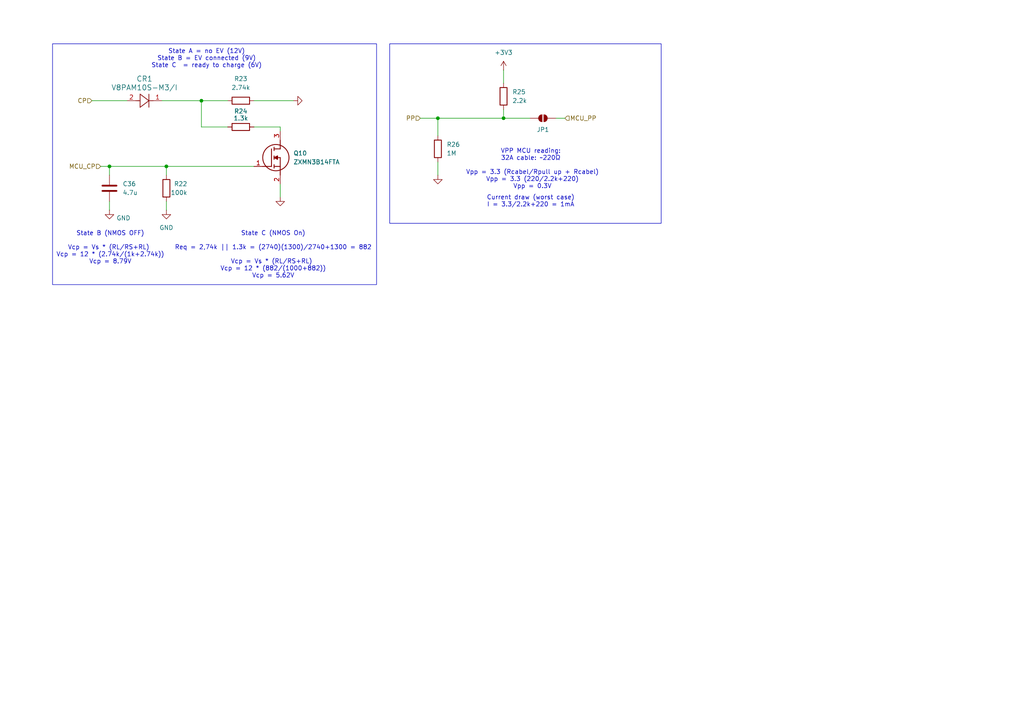
<source format=kicad_sch>
(kicad_sch (version 20250114) (generator "eeschema") (generator_version "9.0")
  (paper "A4")
  (lib_symbols
    (symbol "Device:C" (pin_numbers (hide yes)) (pin_names (offset 0.254))
      (property "Reference" "C" (at 0.635 2.54 0))
      (property "Value" "C" (at 0.635 -2.54 0))
      (symbol "C_0_1"
        (polyline (pts (xy -2.032 0.762) (xy 2.032 0.762)) (stroke (width 0.508)))
        (polyline (pts (xy -2.032 -0.762) (xy 2.032 -0.762)) (stroke (width 0.508)))
      )
      (symbol "C_1_1"
        (pin passive line (at 0 3.81 270) (length 2.794) (name "~") (number "1"))
        (pin passive line (at 0 -3.81 90) (length 2.794) (name "~") (number "2"))
      )
    )
    (symbol "Device:R" (pin_numbers (hide yes)) (pin_names (offset 0))
      (property "Reference" "R" (at 2.032 0 90))
      (property "Value" "R" (at 0 0 90))
      (symbol "R_0_1"
        (rectangle (start -1.016 -2.54) (end 1.016 2.54) (stroke (width 0.254)))
      )
      (symbol "R_1_1"
        (pin passive line (at 0 3.81 270) (length 1.27) (name "~") (number "1"))
        (pin passive line (at 0 -3.81 90) (length 1.27) (name "~") (number "2"))
      )
    )
    (symbol "Jumper:SolderJumper_2_Open" (pin_numbers (hide yes)) (pin_names (offset 0) (hide yes)) (in_bom no)
      (property "Reference" "JP" (at 0 2.032 0))
      (property "Value" "SolderJumper_2_Open" (at 0 -2.54 0))
      (symbol "SolderJumper_2_Open_0_1"
        (polyline (pts (xy -0.254 1.016) (xy -0.254 -1.016)))
        (arc (start -0.254 -1.016) (mid -1.2656 0) (end -0.254 1.016))
        (arc (start -0.254 -1.016) (mid -1.2656 0) (end -0.254 1.016) (fill (type outline)))
        (arc (start 0.254 1.016) (mid 1.2656 0) (end 0.254 -1.016))
        (arc (start 0.254 1.016) (mid 1.2656 0) (end 0.254 -1.016) (fill (type outline)))
        (polyline (pts (xy 0.254 1.016) (xy 0.254 -1.016)))
      )
      (symbol "SolderJumper_2_Open_1_1"
        (pin passive line (at -3.81 0 0) (length 2.54) (name "A") (number "1"))
        (pin passive line (at 3.81 0 180) (length 2.54) (name "B") (number "2"))
      )
    )
    (symbol "V8PAM10S-M3-I:V8PAM10S-M3_I" (pin_names (offset 0.254))
      (property "Reference" "CR" (at 5.08 4.445 0))
      (property "Value" "V8PAM10S-M3/I" (at 5.08 -3.81 0))
      (symbol "V8PAM10S-M3_I_0_1"
        (polyline (pts (xy 2.54 0) (xy 3.4798 0)) (stroke (width 0.2032)))
        (polyline (pts (xy 3.175 0) (xy 3.81 0)) (stroke (width 0.2032)))
        (polyline (pts (xy 3.81 1.905) (xy 3.81 -1.905)) (stroke (width 0.2032)))
        (polyline (pts (xy 3.81 -1.905) (xy 6.35 0)) (stroke (width 0.2032)))
        (polyline (pts (xy 6.35 0) (xy 3.81 1.905)) (stroke (width 0.2032)))
        (polyline (pts (xy 6.35 0) (xy 7.62 0)) (stroke (width 0.2032)))
        (polyline (pts (xy 6.35 -1.905) (xy 6.35 1.905)) (stroke (width 0.2032)))
        (pin unspecified line (at 0 0 0) (length 2.54) (name "") (number "2"))
        (pin unspecified line (at 10.16 0 180) (length 2.54) (name "") (number "1"))
      )
    )
    (symbol "ZXMN3B14FTA:ZXMN3B14FTA" (pin_names (hide yes))
      (property "Reference" "Q" (at 11.43 3.81 0))
      (property "Value" "ZXMN3B14FTA" (at 11.43 1.27 0))
      (symbol "ZXMN3B14FTA_1_1"
        (polyline (pts (xy 2.54 0) (xy 5.08 0)) (stroke (width 0.254)))
        (polyline (pts (xy 5.08 5.08) (xy 5.08 0)) (stroke (width 0.254)))
        (polyline (pts (xy 5.842 5.588) (xy 5.842 4.572)) (stroke (width 0.254)))
        (polyline (pts (xy 5.842 2.54) (xy 6.858 3.048) (xy 6.858 2.032) (xy 5.842 2.54)) (stroke (width 0.254)) (fill (type outline)))
        (polyline (pts (xy 5.842 2.032) (xy 5.842 3.048)) (stroke (width 0.254)))
        (polyline (pts (xy 5.842 0) (xy 7.62 0)) (stroke (width 0.254)))
        (polyline (pts (xy 5.842 -0.508) (xy 5.842 0.508)) (stroke (width 0.254)))
        (circle (center 6.35 2.54) (radius 3.81) (stroke (width 0.254)))
        (polyline (pts (xy 7.62 5.08) (xy 5.842 5.08)) (stroke (width 0.254)))
        (polyline (pts (xy 7.62 5.08) (xy 7.62 7.62)) (stroke (width 0.254)))
        (polyline (pts (xy 7.62 2.54) (xy 5.842 2.54)) (stroke (width 0.254)))
        (polyline (pts (xy 7.62 2.54) (xy 7.62 -2.54)) (stroke (width 0.254)))
        (pin passive line (at 0 0 0) (length 2.54) (name "G") (number "1"))
        (pin passive line (at 7.62 10.16 270) (length 2.54) (name "D") (number "3"))
        (pin passive line (at 7.62 -5.08 90) (length 2.54) (name "S") (number "2"))
      )
    )
    (symbol "power:+3V3" (power) (pin_numbers (hide yes)) (pin_names (offset 0) (hide yes))
      (property "Value" "+3V3" (at 0 3.556 0))
      (symbol "+3V3_0_1"
        (polyline (pts (xy -0.762 1.27) (xy 0 2.54)))
        (polyline (pts (xy 0 2.54) (xy 0.762 1.27)))
        (polyline (pts (xy 0 0) (xy 0 2.54)))
      )
      (symbol "+3V3_1_1"
        (pin power_in line (at 0 0 90) (length 0) (name "~") (number "1"))
      )
    )
    (symbol "power:GND" (power) (pin_numbers (hide yes)) (pin_names (offset 0) (hide yes))
      (property "Value" "GND" (at 0 -3.81 0))
      (symbol "GND_0_1"
        (polyline (pts (xy 0 0) (xy 0 -1.27) (xy 1.27 -1.27) (xy 0 -2.54) (xy -1.27 -1.27) (xy 0 -1.27)))
      )
      (symbol "GND_1_1"
        (pin power_in line (at 0 0 270) (length 0) (name "~") (number "1"))
      )
    )
  )
  (rectangle (start 15.24 12.7) (end 109.22 82.55))
  (rectangle (start 113.03 12.7) (end 191.77 64.77))
  (text "Current draw (worst case)\nI = 3.3/2.2k+220 = 1mA" (at 153.924 58.42 0) (effects (font (size 1.27 1.27))))
  (text "VPP MCU reading: \n32A cable: ~220Ω \n\nVpp = 3.3 (Rcabel/Rpull up + Rcabel)\nVpp = 3.3 (220/2.2k+220)\nVpp = 0.3V" (at 154.432 49.022 0) (effects (font (size 1.27 1.27))))
  (text "State B (NMOS OFF)\n\nVcp = Vs * (RL/RS+RL) \nVcp = 12 * (2.74k/(1k+2.74k))\nVcp = 8.79V" (at 32.004 71.882 0) (effects (font (size 1.27 1.27))))
  (text "State C (NMOS On)\n\nReq = 2,74k || 1.3k = (2740)(1300)/2740+1300 = 882\n\nVcp = Vs * (RL/RS+RL) \nVcp = 12 * (882/(1000+882))\nVcp = 5.62V" (at 79.248 73.914 0) (effects (font (size 1.27 1.27))))
  (text "State A = no EV (12V)\nState B = EV connected (9V)\nState C  = ready to charge (6V)\n" (at 59.944 17.018 0) (effects (font (size 1.27 1.27))))
  (junction (at 31.75 48.26))
  (junction (at 146.05 34.29))
  (junction (at 58.42 29.21))
  (junction (at 48.26 48.26))
  (junction (at 127 34.29))
  (wire (pts (xy 121.92 34.29) (xy 127 34.29)))
  (wire (pts (xy 31.75 48.26) (xy 31.75 50.8)))
  (wire (pts (xy 48.26 48.26) (xy 48.26 50.8)))
  (wire (pts (xy 58.42 29.21) (xy 66.04 29.21)))
  (wire (pts (xy 127 34.29) (xy 146.05 34.29)))
  (wire (pts (xy 31.75 48.26) (xy 48.26 48.26)))
  (wire (pts (xy 73.66 29.21) (xy 85.09 29.21)))
  (wire (pts (xy 81.28 53.34) (xy 81.28 57.15)))
  (wire (pts (xy 161.29 34.29) (xy 163.83 34.29)))
  (wire (pts (xy 127 34.29) (xy 127 39.37)))
  (wire (pts (xy 146.05 31.75) (xy 146.05 34.29)))
  (wire (pts (xy 58.42 36.83) (xy 58.42 29.21)))
  (wire (pts (xy 31.75 58.42) (xy 31.75 60.96)))
  (wire (pts (xy 66.04 36.83) (xy 58.42 36.83)))
  (wire (pts (xy 26.67 29.21) (xy 36.83 29.21)))
  (wire (pts (xy 81.28 36.83) (xy 81.28 38.1)))
  (wire (pts (xy 29.21 48.26) (xy 31.75 48.26)))
  (wire (pts (xy 127 46.99) (xy 127 50.8)))
  (wire (pts (xy 46.99 29.21) (xy 58.42 29.21)))
  (wire (pts (xy 48.26 60.96) (xy 48.26 58.42)))
  (wire (pts (xy 73.66 36.83) (xy 81.28 36.83)))
  (wire (pts (xy 146.05 34.29) (xy 153.67 34.29)))
  (wire (pts (xy 146.05 20.32) (xy 146.05 24.13)))
  (wire (pts (xy 48.26 48.26) (xy 73.66 48.26)))
  (hierarchical_label "MCU_CP" (shape input) (at 29.21 48.26 180))
  (hierarchical_label "PP" (shape input) (at 121.92 34.29 180))
  (hierarchical_label "MCU_PP" (shape input) (at 163.83 34.29 0))
  (hierarchical_label "CP" (shape input) (at 26.67 29.21 180))
  (symbol (lib_id "Device:C") (at 31.75 54.61 0) (unit 1)
    (property "Reference" "C36" (at 35.56 53.3399 0) (effects (justify left)))
    (property "Value" "4.7u" (at 35.56 55.8799 0) (effects (justify left)))
    (property "Description" "Unpolarized capacitor" (effects (hide yes)))
  )
  (symbol (lib_id "Jumper:SolderJumper_2_Open") (at 157.48 34.29 0) (unit 1) (in_bom no)
    (property "Reference" "JP1" (at 157.48 37.592 0))
    (property "Value" "SolderJumper_2_Open" (effects (hide yes)))
    (property "Description" "Solder Jumper, 2-pole, open" (effects (hide yes)))
  )
  (symbol (lib_id "Device:R") (at 48.26 54.61 0) (mirror y) (unit 1)
    (property "Reference" "R22" (at 54.356 53.34 0) (effects (justify left)))
    (property "Value" "100k" (at 54.356 55.88 0) (effects (justify left)))
    (property "Description" "Resistor" (effects (hide yes)))
  )
  (symbol (lib_id "power:GND") (at 127 50.8 0) (unit 1)
    (property "Reference" "#PWR072" (effects (hide yes)))
    (property "Value" "GND" (effects (hide yes)))
    (property "Description" "Power symbol creates a global label with name \"GND\" , ground" (effects (hide yes)))
  )
  (symbol (lib_id "power:GND") (at 31.75 60.96 0) (mirror y) (unit 1)
    (property "Reference" "#PWR073" (effects (hide yes)))
    (property "Value" "GND" (at 35.814 63.246 0))
    (property "Description" "Power symbol creates a global label with name \"GND\" , ground" (effects (hide yes)))
  )
  (symbol (lib_id "power:+3V3") (at 146.05 20.32 0) (unit 1)
    (property "Reference" "#PWR070" (effects (hide yes)))
    (property "Value" "+3V3" (at 146.05 15.24 0))
    (property "Description" "Power symbol creates a global label with name \"+3V3\"" (effects (hide yes)))
  )
  (symbol (lib_id "Device:R") (at 146.05 27.94 0) (unit 1)
    (property "Reference" "R25" (at 148.59 26.6699 0) (effects (justify left)))
    (property "Value" "2.2k" (at 148.59 29.2099 0) (effects (justify left)))
    (property "Description" "Resistor" (effects (hide yes)))
  )
  (symbol (lib_id "Device:R") (at 69.85 36.83 90) (unit 1)
    (property "Reference" "R24" (at 69.85 32.258 90))
    (property "Value" "1.3k" (at 69.85 34.29 90))
    (property "Description" "Resistor" (effects (hide yes)))
  )
  (symbol (lib_id "power:GND") (at 81.28 57.15 0) (unit 1)
    (property "Reference" "#PWR071" (effects (hide yes)))
    (property "Value" "GND" (effects (hide yes)))
    (property "Description" "Power symbol creates a global label with name \"GND\" , ground" (effects (hide yes)))
  )
  (symbol (lib_id "Device:R") (at 69.85 29.21 90) (unit 1)
    (property "Reference" "R23" (at 69.85 22.86 90))
    (property "Value" "2.74k" (at 69.85 25.4 90))
    (property "Description" "Resistor" (effects (hide yes)))
  )
  (symbol (lib_id "power:GND") (at 48.26 60.96 0) (mirror y) (unit 1)
    (property "Reference" "#PWR069" (effects (hide yes)))
    (property "Value" "GND" (at 48.26 66.04 0))
    (property "Description" "Power symbol creates a global label with name \"GND\" , ground" (effects (hide yes)))
  )
  (symbol (lib_id "ZXMN3B14FTA:ZXMN3B14FTA") (at 73.66 48.26 0) (unit 1)
    (property "Reference" "Q10" (at 85.09 44.4499 0) (effects (justify left)))
    (property "Value" "ZXMN3B14FTA" (at 85.09 46.9899 0) (effects (justify left)))
    (property "Footprint" "ZXMN3B14FTA" (effects (hide yes)))
    (property "Datasheet" "https://www.diodes.com/assets/Datasheets/ZXMN3B14F.pdf" (effects (hide yes)))
    (property "Description" "MOSFET N-Channel 30V 3.5A SOT23 Diodes Inc ZXMN3B14FTA N-channel MOSFET Transistor, 3.5 A, 30 V, 3-Pin SOT-23" (effects (hide yes)))
    (property "Height" "1.1" (effects (hide yes)))
    (property "Mouser Part Number" "522-ZXMN3B14FTA" (effects (hide yes)))
    (property "Mouser Price/Stock" "https://www.mouser.co.uk/ProductDetail/Diodes-Incorporated/ZXMN3B14FTA?qs=z1586jurcfy9bGNTxekZwA%3D%3D" (effects (hide yes)))
    (property "Manufacturer_Name" "Diodes Incorporated" (effects (hide yes)))
    (property "Manufacturer_Part_Number" "ZXMN3B14FTA" (effects (hide yes)))
  )
  (symbol (lib_id "Device:R") (at 127 43.18 0) (unit 1)
    (property "Reference" "R26" (at 129.54 41.9099 0) (effects (justify left)))
    (property "Value" "1M" (at 129.54 44.4499 0) (effects (justify left)))
    (property "Description" "Resistor" (effects (hide yes)))
  )
  (symbol (lib_id "power:GND") (at 85.09 29.21 90) (unit 1)
    (property "Reference" "#PWR067" (effects (hide yes)))
    (property "Value" "GND" (effects (hide yes)))
    (property "Description" "Power symbol creates a global label with name \"GND\" , ground" (effects (hide yes)))
  )
  (symbol (lib_id "V8PAM10S-M3-I:V8PAM10S-M3_I") (at 36.83 29.21 0) (unit 1)
    (property "Reference" "CR1" (at 41.91 22.86 0) (effects (font (size 1.524 1.524))))
    (property "Value" "V8PAM10S-M3/I" (at 41.91 25.4 0) (effects (font (size 1.524 1.524))))
    (property "Footprint" "CR_10S-M3/I_VIS" (effects (hide yes)))
    (property "Datasheet" "https://www.vishay.com/doc?87013" (effects (hide yes)))
  )
)
</source>
